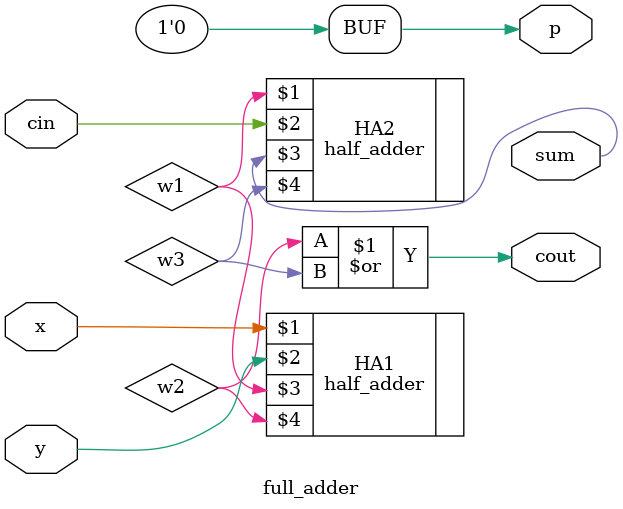
<source format=v>
module full_adder(x, y, cin, sum, cout, p);
input x, y, cin;
output sum, cout, p;
wire w1, w2, w3;

assign p = 1'b0;

half_adder HA1(x, y, w1, w2);
half_adder HA2(w1, cin, sum, w3);
or U3(cout, w2, w3);

endmodule
</source>
